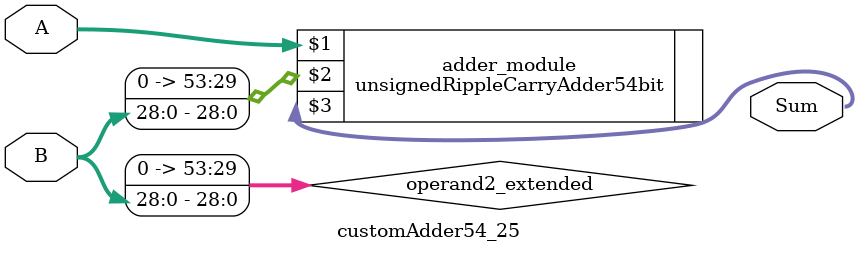
<source format=v>
module customAdder54_25(
                        input [53 : 0] A,
                        input [28 : 0] B,
                        
                        output [54 : 0] Sum
                );

        wire [53 : 0] operand2_extended;
        
        assign operand2_extended =  {25'b0, B};
        
        unsignedRippleCarryAdder54bit adder_module(
            A,
            operand2_extended,
            Sum
        );
        
        endmodule
        
</source>
